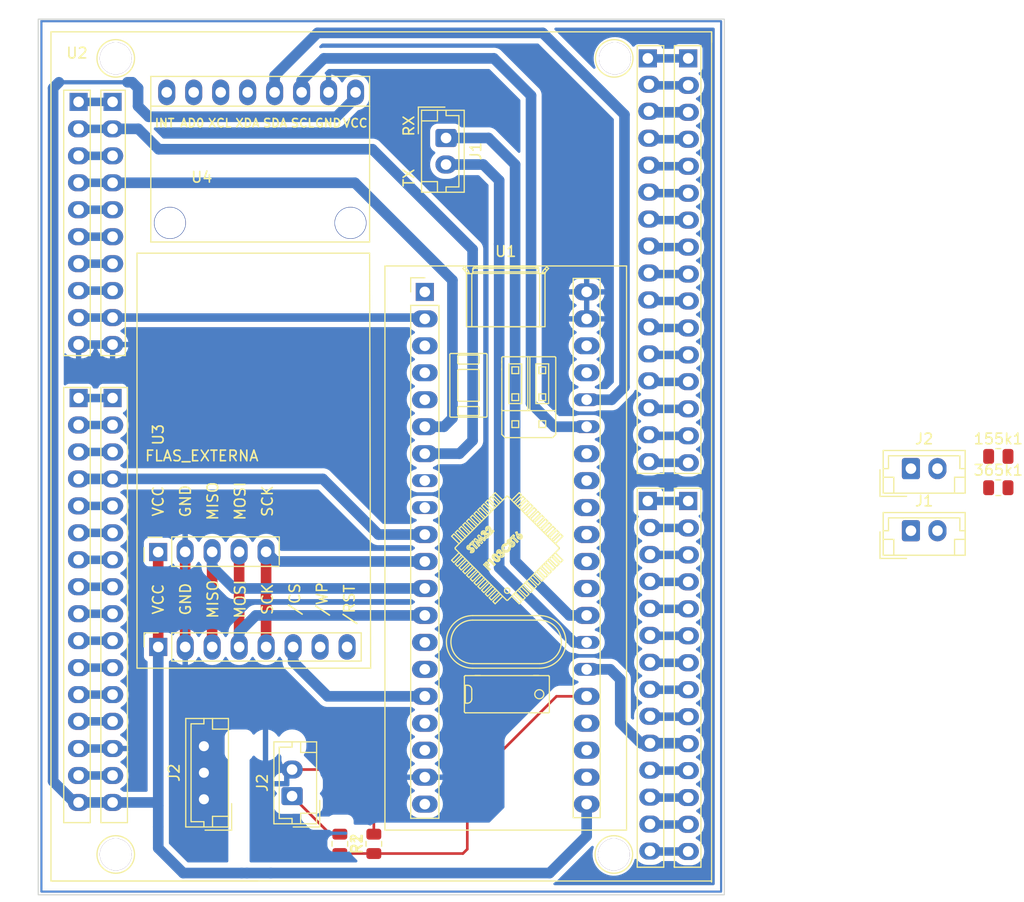
<source format=kicad_pcb>
(kicad_pcb (version 20211014) (generator pcbnew)
  (layers (0 "F.Cu" signal) (31 "B.Cu" signal) (34 "B.Paste" user) (35 "F.Paste" user) (36 "B.SilkS" user "B.Silkscreen") (37 "F.SilkS" user "F.Silkscreen") (38 "B.Mask" user) (39 "F.Mask" user) (44 "Edge.Cuts" user))
  (net 0 "")
  (net 1 "Net-(U1-Pad10)")
  (net 13 "Net-(U1-Pad11)")
  (net 15 "Net-(U1-Pad12)")
  (net 16 "/BAT_EXT")
  (net 19 "Net-(U1-Pad16)")
  (net 24 "/UART_DEBUG_RX")
  (net 27 "unconnected-(U2-Pad1)")
  (net 28 "unconnected-(U2-Pad3)")
  (net 29 "unconnected-(U2-Pad5)")
  (net 30 "unconnected-(U2-Pad6)")
  (net 31 "unconnected-(U2-Pad7)")
  (net 32 "unconnected-(U2-Pad8)")
  (net 33 "unconnected-(U2-Pad11)")
  (net 34 "unconnected-(U2-Pad12)")
  (net 35 "unconnected-(U2-Pad13)")
  (net 36 "unconnected-(U2-Pad15)")
  (net 37 "unconnected-(U2-Pad16)")
  (net 38 "unconnected-(U2-Pad17)")
  (net 39 "unconnected-(U2-Pad18)")
  (net 40 "unconnected-(U2-Pad19)")
  (net 41 "unconnected-(U2-Pad20)")
  (net 42 "unconnected-(U2-Pad21)")
  (net 43 "unconnected-(U2-Pad22)")
  (net 44 "Net-(J2-Pad1)")
  (net 45 "unconnected-(U2-Pad25)")
  (net 46 "unconnected-(U2-Pad42)")
  (net 47 "unconnected-(U2-Pad27)")
  (net 48 "unconnected-(U2-Pad28)")
  (net 49 "unconnected-(U2-Pad29)")
  (net 50 "unconnected-(U2-Pad30)")
  (net 51 "unconnected-(U2-Pad31)")
  (net 52 "unconnected-(U2-Pad32)")
  (net 53 "unconnected-(U2-Pad33)")
  (net 54 "unconnected-(U2-Pad34)")
  (net 55 "unconnected-(U2-Pad35)")
  (net 56 "unconnected-(U2-Pad36)")
  (net 57 "unconnected-(U2-Pad37)")
  (net 58 "unconnected-(U2-Pad38)")
  (net 59 "unconnected-(U2-Pad39)")
  (net 60 "unconnected-(U2-Pad40)")
  (net 61 "unconnected-(U2-Pad41)")
  (net 62 "unconnected-(U2-Pad43)")
  (net 63 "unconnected-(U2-Pad44)")
  (net 64 "unconnected-(U2-Pad45)")
  (net 65 "unconnected-(U2-Pad46)")
  (net 66 "unconnected-(U2-Pad47)")
  (net 67 "unconnected-(U2-Pad48)")
  (net 68 "unconnected-(U2-Pad49)")
  (net 69 "unconnected-(U2-Pad50)")
  (net 70 "unconnected-(U2-Pad51)")
  (net 71 "unconnected-(U2-Pad53)")
  (net 72 "unconnected-(U2-Pad54)")
  (net 73 "unconnected-(U2-Pad55)")
  (net 74 "unconnected-(U2-Pad56)")
  (net 75 "/UART_DEBUG_TX")
  (net 80 "/BAT_ENA_PIN")
  (net 81 "Net-(U1-Pad2)")
  (net 82 "Net-(U1-Pad6)")
  (net 83 "Net-(U1-Pad7)")
  (net 84 "/BAT_GND")
  (net 85 "Net-(U1-Pad35)")
  (net 86 "Net-(U1-Pad36)")
  (net 89 "Net-(U1-Pad13)")
  (net 91 "/GND_ELEMON")
  (net 92 "Net-(U1-Pad25)")
  (net 93 "/BAT_SIN_REGULAR")
  (net 94 "/USB33_ELEMON")
  (net 96 "/UART_DEBU_RX")
  (net 97 "unconnected-(U2-Pad26)")
  (net 98 "/BAT_LEVEL")
  (net 99 "Net-(365k1-Pad1)")
  (footprint "Connector_JST:JST_EH_B3B-EH-A_1x03_P2.50mm_Vertical" (layer "F.Cu") (at 64.2 140.3 90)
    (fp_text reference "J2" (at 2.5 -2.8 90) (layer "F.SilkS"))
    (fp_text value "CONECTOR BATERIA")
    (pad "1" thru_hole roundrect (at 0 0 90) (size 1.7 1.95) (drill 0.95) (layers *.Cu *.Mask) (roundrect_rratio 0.147059) (net 16 "/BAT_EXT"))
    (pad "2" thru_hole oval (at 2.5 0 90) (size 1.7 1.95) (drill 0.95) (layers *.Cu *.Mask) (net 84 "/BAT_GND"))
    (pad "3" thru_hole oval (at 5 0 90) (size 1.7 1.95) (drill 0.95) (layers *.Cu *.Mask) (net 93 "/BAT_SIN_REGULAR"))
  )
  (footprint "Resistor_SMD:R_0805_2012Metric" (layer "F.Cu") (at 80.2 144.5 90)
    (fp_text reference "R2" (at 0 -1.65 90) (layer "F.SilkS"))
    (fp_text value "155K")
    (pad "1" smd roundrect (at -0.9125 0 90) (size 1.025 1.4) (layers "F.Cu" "F.Paste" "F.Mask") (roundrect_rratio 0.243902) (net 92 "Net-(U1-Pad25)"))
    (pad "2" smd roundrect (at 0.9125 0 90) (size 1.025 1.4) (layers "F.Cu" "F.Paste" "F.Mask") (roundrect_rratio 0.243902) (net 91 "/GND_ELEMON"))
  )
  (footprint "simo_mpu6050:MPU6050" (layer "F.Cu") (at 60.7 73.7)
    (fp_text reference "U4" (at 3.3 8) (layer "F.SilkS"))
    (fp_text value "MPU6050")
    (fp_text user "GND" (at 15.2 2.9) (layer "F.SilkS") (effects (font (size 0.8 0.8))))
    (fp_text user "SDA" (at 10.2 2.9) (layer "F.SilkS") (effects (font (size 0.8 0.8))))
    (fp_text user "AD0" (at 2.4 2.9) (layer "F.SilkS") (effects (font (size 0.8 0.8))))
    (fp_text user "XDA" (at 7.6 2.9) (layer "F.SilkS") (effects (font (size 0.8 0.8))))
    (fp_text user "INT" (at -0.2 2.9) (layer "F.SilkS") (effects (font (size 0.8 0.8))))
    (fp_text user "VCC" (at 17.75 2.9) (layer "F.SilkS") (effects (font (size 0.8 0.8))))
    (fp_text user "XCL" (at 5 2.9) (layer "F.SilkS") (effects (font (size 0.8 0.8))))
    (fp_text user "SCL" (at 12.8 2.9) (layer "F.SilkS") (effects (font (size 0.8 0.8))))
    (pad "" thru_hole circle (at 0.3 12.3) (size 3 3) (drill 2.9) (layers *.Cu *.Mask))
    (pad "" thru_hole circle (at 17.3 12.3) (size 3 3) (drill 2.9) (layers *.Cu *.Mask))
    (pad "1" thru_hole oval (at 0 0) (size 1.6 2.4) (drill 1) (layers *.Cu *.Mask))
    (pad "2" thru_hole oval (at 2.54 0) (size 1.6 2.4) (drill 1) (layers *.Cu *.Mask))
    (pad "3" thru_hole oval (at 5.08 0) (size 1.6 2.4) (drill 1) (layers *.Cu *.Mask))
    (pad "4" thru_hole oval (at 7.62 0) (size 1.6 2.4) (drill 1) (layers *.Cu *.Mask))
    (pad "5" thru_hole oval (at 10.16 0) (size 1.6 2.4) (drill 1) (layers *.Cu *.Mask) (net 86 "Net-(U1-Pad36)"))
    (pad "6" thru_hole oval (at 12.7 0) (size 1.6 2.4) (drill 1) (layers *.Cu *.Mask) (net 85 "Net-(U1-Pad35)"))
    (pad "7" thru_hole oval (at 15.24 0) (size 1.6 2.4) (drill 1) (layers *.Cu *.Mask) (net 91 "/GND_ELEMON"))
    (pad "8" thru_hole oval (at 17.78 0) (size 1.6 2.4) (drill 1) (layers *.Cu *.Mask) (net 94 "/USB33_ELEMON"))
  )
  (footprint "Connector_JST:JST_EH_B2B-EH-A_1x02_P2.50mm_Vertical" (layer "F.Cu") (at 130.77 109.15)
    (fp_text reference "J2" (at 1.25 -2.8) (layer "F.SilkS"))
    (fp_text value "conector_bateria")
    (pad "1" thru_hole roundrect (at 0 0) (size 1.7 2) (drill 1) (layers *.Cu *.Mask) (roundrect_rratio 0.147059) (net 99 "Net-(365k1-Pad1)"))
    (pad "2" thru_hole oval (at 2.5 0) (size 1.7 2) (drill 1) (layers *.Cu *.Mask) (net 91 "/GND_ELEMON"))
  )
  (footprint "elemon_board:elemon_board_modificado" (layer "F.Cu") (at 49.8 68)
    (fp_text reference "U2" (at 2.45 2) (layer "F.SilkS"))
    (fp_text value "ELEMON_BOARD")
    (fp_text user "TX    RX" (at 33.7 11.25 90) (layer "F.SilkS"))
    (pad "" thru_hole circle (at 53 77.5) (size 3 3) (drill 3) (layers *.Cu *.Mask))
    (pad "" thru_hole circle (at 6.1 77.5) (size 3 3) (drill 3) (layers *.Cu *.Mask))
    (pad "" thru_hole circle (at 53.1 2.5) (size 3 3) (drill 3) (layers *.Cu *.Mask))
    (pad "" thru_hole circle (at 6.1 2.5) (size 3 3) (drill 3) (layers *.Cu *.Mask))
    (pad "1" thru_hole rect (at 2.6 6.6) (size 1.7 1.7) (drill 1) (layers *.Cu *.Mask) (net 27 "unconnected-(U2-Pad1)"))
    (pad "1" thru_hole rect (at 5.8 6.6) (size 1.7 1.7) (drill 1) (layers *.Cu *.Mask) (net 27 "unconnected-(U2-Pad1)"))
    (pad "2" thru_hole oval (at 2.6 9.14) (size 2 1.6) (drill 1) (layers *.Cu *.Mask) (net 83 "Net-(U1-Pad7)"))
    (pad "2" thru_hole oval (at 5.8 9.14) (size 2 1.6) (drill 1) (layers *.Cu *.Mask) (net 83 "Net-(U1-Pad7)"))
    (pad "3" thru_hole oval (at 5.8 11.68) (size 2 1.6) (drill 1) (layers *.Cu *.Mask) (net 28 "unconnected-(U2-Pad3)"))
    (pad "3" thru_hole oval (at 2.6 11.68) (size 2 1.6) (drill 1) (layers *.Cu *.Mask) (net 28 "unconnected-(U2-Pad3)"))
    (pad "4" thru_hole oval (at 5.8 14.22) (size 2 1.6) (drill 1) (layers *.Cu *.Mask) (net 82 "Net-(U1-Pad6)"))
    (pad "4" thru_hole oval (at 2.6 14.22) (size 2 1.6) (drill 1) (layers *.Cu *.Mask) (net 82 "Net-(U1-Pad6)"))
    (pad "5" thru_hole oval (at 2.6 16.76) (size 2 1.6) (drill 1) (layers *.Cu *.Mask) (net 29 "unconnected-(U2-Pad5)"))
    (pad "5" thru_hole oval (at 5.8 16.76) (size 2 1.6) (drill 1) (layers *.Cu *.Mask) (net 29 "unconnected-(U2-Pad5)"))
    (pad "6" thru_hole oval (at 2.6 19.3) (size 2 1.6) (drill 1) (layers *.Cu *.Mask) (net 30 "unconnected-(U2-Pad6)"))
    (pad "6" thru_hole oval (at 5.8 19.3) (size 2 1.6) (drill 1) (layers *.Cu *.Mask) (net 30 "unconnected-(U2-Pad6)"))
    (pad "7" thru_hole oval (at 5.8 21.84) (size 2 1.6) (drill 1) (layers *.Cu *.Mask) (net 31 "unconnected-(U2-Pad7)"))
    (pad "7" thru_hole oval (at 2.6 21.84) (size 2 1.6) (drill 1) (layers *.Cu *.Mask) (net 31 "unconnected-(U2-Pad7)"))
    (pad "8" thru_hole oval (at 2.6 24.38) (size 2 1.6) (drill 1) (layers *.Cu *.Mask) (net 32 "unconnected-(U2-Pad8)"))
    (pad "8" thru_hole oval (at 5.8 24.38) (size 2 1.6) (drill 1) (layers *.Cu *.Mask) (net 32 "unconnected-(U2-Pad8)"))
    (pad "9" thru_hole oval (at 2.6 26.92) (size 2 1.6) (drill 1) (layers *.Cu *.Mask) (net 81 "Net-(U1-Pad2)"))
    (pad "9" thru_hole oval (at 5.8 26.92) (size 2 1.6) (drill 1) (layers *.Cu *.Mask) (net 81 "Net-(U1-Pad2)"))
    (pad "10" thru_hole oval (at 5.8 29.46) (size 2 1.6) (drill 1) (layers *.Cu *.Mask) (net 84 "/BAT_GND"))
    (pad "10" thru_hole oval (at 2.6 29.46) (size 2 1.6) (drill 1) (layers *.Cu *.Mask) (net 84 "/BAT_GND"))
    (pad "11" thru_hole rect (at 2.6 34.5) (size 1.7 1.7) (drill 1) (layers *.Cu *.Mask) (net 33 "unconnected-(U2-Pad11)"))
    (pad "11" thru_hole rect (at 5.8 34.5) (size 1.7 1.7) (drill 1) (layers *.Cu *.Mask) (net 33 "unconnected-(U2-Pad11)"))
    (pad "12" thru_hole oval (at 2.6 37.04) (size 2 1.6) (drill 1) (layers *.Cu *.Mask) (net 34 "unconnected-(U2-Pad12)"))
    (pad "12" thru_hole oval (at 5.8 37.04) (size 2 1.6) (drill 1) (layers *.Cu *.Mask) (net 34 "unconnected-(U2-Pad12)"))
    (pad "13" thru_hole oval (at 2.6 39.58) (size 2 1.6) (drill 1) (layers *.Cu *.Mask) (net 35 "unconnected-(U2-Pad13)"))
    (pad "13" thru_hole oval (at 5.8 39.58) (size 2 1.6) (drill 1) (layers *.Cu *.Mask) (net 35 "unconnected-(U2-Pad13)"))
    (pad "14" thru_hole oval (at 5.8 42.12) (size 2 1.6) (drill 1) (layers *.Cu *.Mask) (net 1 "Net-(U1-Pad10)"))
    (pad "14" thru_hole oval (at 2.6 42.12) (size 2 1.6) (drill 1) (layers *.Cu *.Mask) (net 1 "Net-(U1-Pad10)"))
    (pad "15" thru_hole oval (at 2.6 44.66) (size 2 1.6) (drill 1) (layers *.Cu *.Mask) (net 36 "unconnected-(U2-Pad15)"))
    (pad "15" thru_hole oval (at 5.8 44.66) (size 2 1.6) (drill 1) (layers *.Cu *.Mask) (net 36 "unconnected-(U2-Pad15)"))
    (pad "16" thru_hole oval (at 2.6 47.2) (size 2 1.6) (drill 1) (layers *.Cu *.Mask) (net 37 "unconnected-(U2-Pad16)"))
    (pad "16" thru_hole oval (at 5.8 47.2) (size 2 1.6) (drill 1) (layers *.Cu *.Mask) (net 37 "unconnected-(U2-Pad16)"))
    (pad "17" thru_hole oval (at 5.8 49.74) (size 2 1.6) (drill 1) (layers *.Cu *.Mask) (net 38 "unconnected-(U2-Pad17)"))
    (pad "17" thru_hole oval (at 2.6 49.74) (size 2 1.6) (drill 1) (layers *.Cu *.Mask) (net 38 "unconnected-(U2-Pad17)"))
    (pad "18" thru_hole oval (at 5.8 52.28) (size 2 1.6) (drill 1) (layers *.Cu *.Mask) (net 39 "unconnected-(U2-Pad18)"))
    (pad "18" thru_hole oval (at 2.6 52.28) (size 2 1.6) (drill 1) (layers *.Cu *.Mask) (net 39 "unconnected-(U2-Pad18)"))
    (pad "19" thru_hole oval (at 5.8 54.82) (size 2 1.6) (drill 1) (layers *.Cu *.Mask) (net 40 "unconnected-(U2-Pad19)"))
    (pad "19" thru_hole oval (at 2.6 54.82) (size 2 1.6) (drill 1) (layers *.Cu *.Mask) (net 40 "unconnected-(U2-Pad19)"))
    (pad "20" thru_hole oval (at 2.6 57.36) (size 2 1.6) (drill 1) (layers *.Cu *.Mask) (net 41 "unconnected-(U2-Pad20)"))
    (pad "20" thru_hole oval (at 5.8 57.36) (size 2 1.6) (drill 1) (layers *.Cu *.Mask) (net 41 "unconnected-(U2-Pad20)"))
    (pad "21" thru_hole oval (at 5.8 59.9) (size 2 1.6) (drill 1) (layers *.Cu *.Mask) (net 42 "unconnected-(U2-Pad21)"))
    (pad "21" thru_hole oval (at 2.6 59.9) (size 2 1.6) (drill 1) (layers *.Cu *.Mask) (net 42 "unconnected-(U2-Pad21)"))
    (pad "22" thru_hole oval (at 5.8 62.44) (size 2 1.6) (drill 1) (layers *.Cu *.Mask) (net 43 "unconnected-(U2-Pad22)"))
    (pad "22" thru_hole oval (at 2.6 62.44) (size 2 1.6) (drill 1) (layers *.Cu *.Mask) (net 43 "unconnected-(U2-Pad22)"))
    (pad "23" thru_hole oval (at 2.6 64.959992) (size 2 1.6) (drill 1) (layers *.Cu *.Mask) (net 94 "/USB33_ELEMON"))
    (pad "23" thru_hole oval (at 5.8 64.959992) (size 2 1.6) (drill 1) (layers *.Cu *.Mask) (net 94 "/USB33_ELEMON"))
    (pad "24" thru_hole oval (at 5.8 67.52) (size 2 1.6) (drill 1) (layers *.Cu *.Mask) (net 91 "/GND_ELEMON"))
    (pad "24" thru_hole oval (at 2.6 67.52) (size 2 1.6) (drill 1) (layers *.Cu *.Mask) (net 91 "/GND_ELEMON"))
    (pad "25" thru_hole oval (at 5.8 70.06) (size 2 1.6) (drill 1) (layers *.Cu *.Mask) (net 45 "unconnected-(U2-Pad25)"))
    (pad "25" thru_hole oval (at 2.6 70.06) (size 2 1.6) (drill 1) (layers *.Cu *.Mask) (net 45 "unconnected-(U2-Pad25)"))
    (pad "26" thru_hole oval (at 5.8 72.6) (size 2 1.6) (drill 1) (layers *.Cu *.Mask) (net 97 "unconnected-(U2-Pad26)"))
    (pad "26" thru_hole oval (at 2.6 72.6) (size 2 1.6) (drill 1) (layers *.Cu *.Mask) (net 97 "unconnected-(U2-Pad26)"))
    (pad "27" thru_hole rect (at 56.2 2.5) (size 1.7 1.7) (drill 1) (layers *.Cu *.Mask) (net 47 "unconnected-(U2-Pad27)"))
    (pad "27" thru_hole rect (at 60 2.5) (size 1.7 1.7) (drill 1) (layers *.Cu *.Mask) (net 47 "unconnected-(U2-Pad27)"))
    (pad "28" thru_hole oval (at 56.3 4.94) (size 2 1.6) (drill 1) (layers *.Cu *.Mask) (net 48 "unconnected-(U2-Pad28)"))
    (pad "28" thru_hole oval (at 60 5.04) (size 2 1.6) (drill 1) (layers *.Cu *.Mask) (net 48 "unconnected-(U2-Pad28)"))
    (pad "29" thru_hole oval (at 60 7.58) (size 2 1.6) (drill 1) (layers *.Cu *.Mask) (net 49 "unconnected-(U2-Pad29)"))
    (pad "29" thru_hole oval (at 56.3 7.48) (size 2 1.6) (drill 1) (layers *.Cu *.Mask) (net 49 "unconnected-(U2-Pad29)"))
    (pad "30" thru_hole oval (at 56.3 10.02) (size 2 1.6) (drill 1) (layers *.Cu *.Mask) (net 50 "unconnected-(U2-Pad30)"))
    (pad "30" thru_hole oval (at 60 10.12) (size 2 1.6) (drill 1) (layers *.Cu *.Mask) (net 50 "unconnected-(U2-Pad30)"))
    (pad "31" thru_hole oval (at 56.3 12.56) (size 2 1.6) (drill 1) (layers *.Cu *.Mask) (net 51 "unconnected-(U2-Pad31)"))
    (pad "31" thru_hole oval (at 60 12.66) (size 2 1.6) (drill 1) (layers *.Cu *.Mask) (net 51 "unconnected-(U2-Pad31)"))
    (pad "32" thru_hole oval (at 60 15.2) (size 2 1.6) (drill 1) (layers *.Cu *.Mask) (net 52 "unconnected-(U2-Pad32)"))
    (pad "32" thru_hole oval (at 56.3 15.1) (size 2 1.6) (drill 1) (layers *.Cu *.Mask) (net 52 "unconnected-(U2-Pad32)"))
    (pad "33" thru_hole oval (at 56.3 17.64) (size 2 1.6) (drill 1) (layers *.Cu *.Mask) (net 53 "unconnected-(U2-Pad33)"))
    (pad "33" thru_hole oval (at 60 17.74) (size 2 1.6) (drill 1) (layers *.Cu *.Mask) (net 53 "unconnected-(U2-Pad33)"))
    (pad "34" thru_hole oval (at 60 20.28) (size 2 1.6) (drill 1) (layers *.Cu *.Mask) (net 54 "unconnected-(U2-Pad34)"))
    (pad "34" thru_hole oval (at 56.3 20.18) (size 2 1.6) (drill 1) (layers *.Cu *.Mask) (net 54 "unconnected-(U2-Pad34)"))
    (pad "35" thru_hole oval (at 56.3 22.72) (size 2 1.6) (drill 1) (layers *.Cu *.Mask) (net 55 "unconnected-(U2-Pad35)"))
    (pad "35" thru_hole oval (at 60 22.82) (size 2 1.6) (drill 1) (layers *.Cu *.Mask) (net 55 "unconnected-(U2-Pad35)"))
    (pad "36" thru_hole oval (at 56.3 25.26) (size 2 1.6) (drill 1) (layers *.Cu *.Mask) (net 56 "unconnected-(U2-Pad36)"))
    (pad "36" thru_hole oval (at 60 25.36) (size 2 1.6) (drill 1) (layers *.Cu *.Mask) (net 56 "unconnected-(U2-Pad36)"))
    (pad "37" thru_hole oval (at 56.3 27.8) (size 2 1.6) (drill 1) (layers *.Cu *.Mask) (net 57 "unconnected-(U2-Pad37)"))
    (pad "37" thru_hole oval (at 60 27.9) (size 2 1.6) (drill 1) (layers *.Cu *.Mask) (net 57 "unconnected-(U2-Pad37)"))
    (pad "38" thru_hole oval (at 56.3 30.34) (size 2 1.6) (drill 1) (layers *.Cu *.Mask) (net 58 "unconnected-(U2-Pad38)"))
    (pad "38" thru_hole oval (at 60 30.44) (size 2 1.6) (drill 1) (layers *.Cu *.Mask) (net 58 "unconnected-(U2-Pad38)"))
    (pad "39" thru_hole oval (at 60 32.959992) (size 2 1.6) (drill 1) (layers *.Cu *.Mask) (net 59 "unconnected-(U2-Pad39)"))
    (pad "39" thru_hole oval (at 56.3 32.88) (size 2 1.6) (drill 1) (layers *.Cu *.Mask) (net 59 "unconnected-(U2-Pad39)"))
    (pad "40" thru_hole oval (at 56.3 35.42) (size 2 1.6) (drill 1) (layers *.Cu *.Mask) (net 60 "unconnected-(U2-Pad40)"))
    (pad "40" thru_hole oval (at 60 35.52) (size 2 1.6) (drill 1) (layers *.Cu *.Mask) (net 60 "unconnected-(U2-Pad40)"))
    (pad "41" thru_hole oval (at 60 38.06) (size 2 1.6) (drill 1) (layers *.Cu *.Mask) (net 61 "unconnected-(U2-Pad41)"))
    (pad "41" thru_hole oval (at 56.3 37.96) (size 2 1.6) (drill 1) (layers *.Cu *.Mask) (net 61 "unconnected-(U2-Pad41)"))
    (pad "42" thru_hole oval (at 60 40.6) (size 2 1.6) (drill 1) (layers *.Cu *.Mask) (net 46 "unconnected-(U2-Pad42)"))
    (pad "42" thru_hole oval (at 56.3 40.5) (size 2 1.6) (drill 1) (layers *.Cu *.Mask) (net 46 "unconnected-(U2-Pad42)"))
    (pad "43" thru_hole rect (at 56.2 44.2) (size 1.7 1.7) (drill 1) (layers *.Cu *.Mask) (net 62 "unconnected-(U2-Pad43)"))
    (pad "43" thru_hole rect (at 60 44.2) (size 1.7 1.7) (drill 1) (layers *.Cu *.Mask) (net 62 "unconnected-(U2-Pad43)"))
    (pad "44" thru_hole oval (at 60 46.74) (size 2 1.6) (drill 1) (layers *.Cu *.Mask) (net 63 "unconnected-(U2-Pad44)"))
    (pad "44" thru_hole oval (at 56.4 46.7) (size 2 1.6) (drill 1) (layers *.Cu *.Mask) (net 63 "unconnected-(U2-Pad44)"))
    (pad "45" thru_hole oval (at 56.4 49.24) (size 2 1.6) (drill 1) (layers *.Cu *.Mask) (net 64 "unconnected-(U2-Pad45)"))
    (pad "45" thru_hole oval (at 60 49.28) (size 2 1.6) (drill 1) (layers *.Cu *.Mask) (net 64 "unconnected-(U2-Pad45)"))
    (pad "46" thru_hole oval (at 56.4 51.78) (size 2 1.6) (drill 1) (layers *.Cu *.Mask) (net 65 "unconnected-(U2-Pad46)"))
    (pad "46" thru_hole oval (at 60 51.82) (size 2 1.6) (drill 1) (layers *.Cu *.Mask) (net 65 "unconnected-(U2-Pad46)"))
    (pad "47" thru_hole oval (at 56.4 54.32) (size 2 1.6) (drill 1) (layers *.Cu *.Mask) (net 66 "unconnected-(U2-Pad47)"))
    (pad "47" thru_hole oval (at 60 54.36) (size 2 1.6) (drill 1) (layers *.Cu *.Mask) (net 66 "unconnected-(U2-Pad47)"))
    (pad "48" thru_hole oval (at 56.4 56.86) (size 2 1.6) (drill 1) (layers *.Cu *.Mask) (net 67 "unconnected-(U2-Pad48)"))
    (pad "48" thru_hole oval (at 60 56.9) (size 2 1.6) (drill 1) (layers *.Cu *.Mask) (net 67 "unconnected-(U2-Pad48)"))
    (pad "49" thru_hole oval (at 56.4 59.4) (size 2 1.6) (drill 1) (layers *.Cu *.Mask) (net 68 "unconnected-(U2-Pad49)"))
    (pad "49" thru_hole oval (at 60 59.44) (size 2 1.6) (drill 1) (layers *.Cu *.Mask) (net 68 "unconnected-(U2-Pad49)"))
    (pad "50" thru_hole oval (at 56.4 61.94) (size 2 1.6) (drill 1) (layers *.Cu *.Mask) (net 69 "unconnected-(U2-Pad50)"))
    (pad "50" thru_hole oval (at 60 61.98) (size 2 1.6) (drill 1) (layers *.Cu *.Mask) (net 69 "unconnected-(U2-Pad50)"))
    (pad "51" thru_hole oval (at 56.4 64.48) (size 2 1.6) (drill 1) (layers *.Cu *.Mask) (net 70 "unconnected-(U2-Pad51)"))
    (pad "51" thru_hole oval (at 60 64.52) (size 2 1.6) (drill 1) (layers *.Cu *.Mask) (net 70 "unconnected-(U2-Pad51)"))
    (pad "52" thru_hole oval (at 56.4 67.02) (size 2 1.6) (drill 1) (layers *.Cu *.Mask) (net 80 "/BAT_ENA_PIN"))
    (pad "52" thru_hole oval (at 60 67.06) (size 2 1.6) (drill 1) (layers *.Cu *.Mask) (net 80 "/BAT_ENA_PIN"))
    (pad "53" thru_hole oval (at 56.4 69.56) (size 2 1.6) (drill 1) (layers *.Cu *.Mask) (net 71 "unconnected-(U2-Pad53)"))
    (pad "53" thru_hole oval (at 60 69.6) (size 2 1.6) (drill 1) (layers *.Cu *.Mask) (net 71 "unconnected-(U2-Pad53)"))
    (pad "54" thru_hole oval (at 60 72.14) (size 2 1.6) (drill 1) (layers *.Cu *.Mask) (net 72 "unconnected-(U2-Pad54)"))
    (pad "54" thru_hole oval (at 56.4 72.1) (size 2 1.6) (drill 1) (layers *.Cu *.Mask) (net 72 "unconnected-(U2-Pad54)"))
    (pad "55" thru_hole oval (at 56.4 74.64) (size 2 1.6) (drill 1) (layers *.Cu *.Mask) (net 73 "unconnected-(U2-Pad55)"))
    (pad "55" thru_hole oval (at 60 74.659992) (size 2 1.6) (drill 1) (layers *.Cu *.Mask) (net 73 "unconnected-(U2-Pad55)"))
    (pad "56" thru_hole oval (at 56.4 77.18) (size 2 1.6) (drill 1) (layers *.Cu *.Mask) (net 74 "unconnected-(U2-Pad56)"))
    (pad "56" thru_hole oval (at 60 77.22) (size 2 1.6) (drill 1) (layers *.Cu *.Mask) (net 74 "unconnected-(U2-Pad56)"))
  )
  (footprint "simo_flash:conector_flash_ext" (layer "F.Cu") (at 59.9 125.95 90)
    (fp_text reference "U3" (at 20 0 90) (layer "F.SilkS"))
    (fp_text value "FLAS_EXTERNA" (at 18 4.1 180) (layer "F.SilkS"))
    (fp_text user "GND" (at 13.74 2.565716 90) (layer "F.SilkS"))
    (fp_text user "SCK" (at 4.5 10.285712 90) (layer "F.SilkS"))
    (fp_text user "SCK" (at 13.74 10.28 90) (layer "F.SilkS"))
    (fp_text user "VCC" (at 4.5 0 90) (layer "F.SilkS"))
    (fp_text user "GND" (at 4.5 2.571428 90) (layer "F.SilkS"))
    (fp_text user "/WP" (at 4.5 15.428568 90) (layer "F.SilkS"))
    (fp_text user "VCC" (at 13.74 -0.005712 90) (layer "F.SilkS"))
    (fp_text user "MOSI" (at 13.74 7.708572 90) (layer "F.SilkS"))
    (fp_text user "MISO" (at 13.74 5.137144 90) (layer "F.SilkS"))
    (fp_text user "/RST" (at 4 18 90) (layer "F.SilkS"))
    (fp_text user "/CS" (at 4.5 12.85714 90) (layer "F.SilkS"))
    (fp_text user "MISO" (at 4.5 5.142856 90) (layer "F.SilkS"))
    (fp_text user "MOSI" (at 4.5 7.714284 90) (layer "F.SilkS"))
    (pad "1" thru_hole rect (at 8.94 -0.005712 90) (size 1.7 1.7) (drill 1) (layers *.Cu *.Mask) (net 91 "/GND_ELEMON"))
    (pad "1" thru_hole rect (at 0 0 90) (size 1.7 1.7) (drill 1) (layers *.Cu *.Mask) (net 91 "/GND_ELEMON"))
    (pad "2" thru_hole oval (at 8.96 2.534288 90) (size 2.4 1.6) (drill 1) (layers *.Cu *.Mask) (net 94 "/USB33_ELEMON"))
    (pad "2" thru_hole oval (at 0 2.54 90) (size 2.4 1.6) (drill 1) (layers *.Cu *.Mask) (net 94 "/USB33_ELEMON"))
    (pad "3" thru_hole oval (at 0 5.08 90) (size 2.4 1.6) (drill 1) (layers *.Cu *.Mask) (net 15 "Net-(U1-Pad12)"))
    (pad "3" thru_hole oval (at 8.96 5.074288 90) (size 2.4 1.6) (drill 1) (layers *.Cu *.Mask) (net 15 "Net-(U1-Pad12)"))
    (pad "4" thru_hole oval (at 0 7.62 90) (size 2.4 1.6) (drill 1) (layers *.Cu *.Mask) (net 89 "Net-(U1-Pad13)"))
    (pad "4" thru_hole oval (at 8.96 7.614288 90) (size 2.4 1.6) (drill 1) (layers *.Cu *.Mask) (net 89 "Net-(U1-Pad13)"))
    (pad "5" thru_hole oval (at 8.96 10.154288 90) (size 2.4 1.6) (drill 1) (layers *.Cu *.Mask) (net 13 "Net-(U1-Pad11)"))
    (pad "5" thru_hole oval (at 0 10.16 90) (size 2.4 1.6) (drill 1) (layers *.Cu *.Mask) (net 13 "Net-(U1-Pad11)"))
    (pad "6" thru_hole oval (at 0 12.7 90) (size 2.4 1.6) (drill 1) (layers *.Cu *.Mask) (net 19 "Net-(U1-Pad16)"))
    (pad "7" thru_hole oval (at 0 15.24 90) (size 2.4 1.6) (drill 1) (layers *.Cu *.Mask))
    (pad "8" thru_hole oval (at 0 17.78 90) (size 2.4 1.6) (drill 1) (layers *.Cu *.Mask))
  )
  (footprint "Connector_JST:JST_EH_B2B-EH-A_1x02_P2.50mm_Vertical" (layer "F.Cu") (at 87 78 -90)
    (fp_text reference "J1" (at 1.25 -2.8 90) (layer "F.SilkS"))
    (fp_text value "CONECTOR DEBUG_UART")
    (pad "1" thru_hole roundrect (at 0 0 270) (size 1.7 2) (drill 1) (layers *.Cu *.Mask) (roundrect_rratio 0.147059) (net 24 "/UART_DEBUG_RX"))
    (pad "2" thru_hole oval (at 2.5 0 270) (size 1.7 2) (drill 1) (layers *.Cu *.Mask) (net 75 "/UART_DEBUG_TX"))
  )
  (footprint "Resistor_SMD:R_0805_2012Metric" (layer "F.Cu") (at 77 144.5 -90)
    (fp_text reference "R1" (at 0 -1.65 90) (layer "F.SilkS"))
    (fp_text value "365K")
    (pad "1" smd roundrect (at -0.9125 0 270) (size 1.025 1.4) (layers "F.Cu" "F.Paste" "F.Mask") (roundrect_rratio 0.243902) (net 44 "Net-(J2-Pad1)"))
    (pad "2" smd roundrect (at 0.9125 0 270) (size 1.025 1.4) (layers "F.Cu" "F.Paste" "F.Mask") (roundrect_rratio 0.243902) (net 92 "Net-(U1-Pad25)"))
  )
  (footprint "Resistor_SMD:R_0805_2012Metric" (layer "F.Cu") (at 139 110.95)
    (fp_text reference "365k1" (at 0 -1.65) (layer "F.SilkS"))
    (fp_text value "R")
    (pad "1" smd roundrect (at -0.9125 0) (size 1.025 1.4) (layers "F.Cu" "F.Paste" "F.Mask") (roundrect_rratio 0.243902) (net 99 "Net-(365k1-Pad1)"))
    (pad "2" smd roundrect (at 0.9125 0) (size 1.025 1.4) (layers "F.Cu" "F.Paste" "F.Mask") (roundrect_rratio 0.243902) (net 98 "/BAT_LEVEL"))
  )
  (footprint "Connector_JST:JST_EH_B2B-EH-A_1x02_P2.50mm_Vertical" (layer "F.Cu") (at 72.5 140 90)
    (fp_text reference "J2" (at 1.25 -2.8 90) (layer "F.SilkS"))
    (fp_text value "CONECTOR BATERIA")
    (pad "1" thru_hole roundrect (at 0 0 90) (size 1.7 2) (drill 1) (layers *.Cu *.Mask) (roundrect_rratio 0.147059) (net 44 "Net-(J2-Pad1)"))
    (pad "2" thru_hole oval (at 2.5 0 90) (size 1.7 2) (drill 1) (layers *.Cu *.Mask) (net 91 "/GND_ELEMON"))
  )
  (footprint "Connector_JST:JST_EH_B2B-EH-A_1x02_P2.50mm_Vertical" (layer "F.Cu") (at 130.77 115)
    (fp_text reference "J1" (at 1.25 -2.8) (layer "F.SilkS"))
    (fp_text value "modulo_usb_debug")
    (pad "1" thru_hole roundrect (at 0 0) (size 1.7 2) (drill 1) (layers *.Cu *.Mask) (roundrect_rratio 0.147059) (net 24 "/UART_DEBUG_RX"))
    (pad "2" thru_hole oval (at 2.5 0) (size 1.7 2) (drill 1) (layers *.Cu *.Mask) (net 75 "/UART_DEBUG_TX"))
  )
  (footprint "Resistor_SMD:R_0805_2012Metric" (layer "F.Cu") (at 139 108)
    (fp_text reference "155k1" (at 0 -1.65) (layer "F.SilkS"))
    (fp_text value "R")
    (pad "1" smd roundrect (at -0.9125 0) (size 1.025 1.4) (layers "F.Cu" "F.Paste" "F.Mask") (roundrect_rratio 0.243902) (net 98 "/BAT_LEVEL"))
    (pad "2" smd roundrect (at 0.9125 0) (size 1.025 1.4) (layers "F.Cu" "F.Paste" "F.Mask") (roundrect_rratio 0.243902) (net 91 "/GND_ELEMON"))
  )
  (footprint "bluepill:YAAJ_BluePill_SWD_1_modificado" (layer "F.Cu") (at 85 92.5)
    (fp_text reference "U1" (at 7.62 -3.81) (layer "F.SilkS"))
    (fp_text value "YAAJ_BluePill_Part_Like_SWD_Breakout" hide)
    (pad "1" thru_hole rect (at 0 0) (size 1.7 1.7) (drill 1) (layers *.Cu *.Mask))
    (pad "2" thru_hole oval (at 0 2.54) (size 2.4 1.6) (drill 1) (layers *.Cu *.Mask) (net 81 "Net-(U1-Pad2)"))
    (pad "3" thru_hole oval (at 0 5.08) (size 2.4 1.6) (drill 1) (layers *.Cu *.Mask))
    (pad "4" thru_hole oval (at 0 7.62) (size 2.4 1.6) (drill 1) (layers *.Cu *.Mask))
    (pad "5" thru_hole oval (at 0 10.16) (size 2.4 1.6) (drill 1) (layers *.Cu *.Mask))
    (pad "6" thru_hole oval (at 0 12.7) (size 2.4 1.6) (drill 1) (layers *.Cu *.Mask) (net 82 "Net-(U1-Pad6)"))
    (pad "7" thru_hole oval (at 0 15.24) (size 2.4 1.6) (drill 1) (layers *.Cu *.Mask) (net 83 "Net-(U1-Pad7)"))
    (pad "8" thru_hole oval (at 0 17.78) (size 2.4 1.2) (drill 1) (layers *.Cu *.Mask))
    (pad "9" thru_hole oval (at 0 20.32) (size 2.4 1.2) (drill 1) (layers *.Cu *.Mask))
    (pad "10" thru_hole oval (at 0 22.86) (size 2.4 1.6) (drill 1) (layers *.Cu *.Mask) (net 1 "Net-(U1-Pad10)"))
    (pad "11" thru_hole oval (at 0 25.4) (size 2.4 1.6) (drill 1) (layers *.Cu *.Mask) (net 13 "Net-(U1-Pad11)"))
    (pad "12" thru_hole oval (at 0 27.94) (size 2.4 1.6) (drill 1) (layers *.Cu *.Mask) (net 15 "Net-(U1-Pad12)"))
    (pad "13" thru_hole oval (at 0 30.48) (size 2.4 1.6) (drill 1) (layers *.Cu *.Mask) (net 89 "Net-(U1-Pad13)"))
    (pad "14" thru_hole oval (at 0 33.02) (size 2.4 1.6) (drill 1) (layers *.Cu *.Mask))
    (pad "15" thru_hole oval (at 0 35.56) (size 2.4 1.6) (drill 1) (layers *.Cu *.Mask))
    (pad "16" thru_hole oval (at 0 38.1) (size 2.4 1.6) (drill 1) (layers *.Cu *.Mask) (net 19 "Net-(U1-Pad16)"))
    (pad "17" thru_hole oval (at 0 40.64) (size 2.4 1.6) (drill 1) (layers *.Cu *.Mask))
    (pad "18" thru_hole oval (at 0 43.18) (size 2.4 1.6) (drill 1) (layers *.Cu *.Mask))
    (pad "19" thru_hole oval (at 0 45.72) (size 2.4 1.6) (drill 1) (layers *.Cu *.Mask) (net 91 "/GND_ELEMON"))
    (pad "20" thru_hole oval (at 0 48.26) (size 2.4 1.6) (drill 1) (layers *.Cu *.Mask))
    (pad "21" thru_hole oval (at 15.24 48.26) (size 2.4 1.6) (drill 1) (layers *.Cu *.Mask) (net 94 "/USB33_ELEMON"))
    (pad "22" thru_hole oval (at 15.24 45.72) (size 2.4 1.6) (drill 1) (layers *.Cu *.Mask))
    (pad "23" thru_hole oval (at 15.24 43.18) (size 2.4 1.6) (drill 1) (layers *.Cu *.Mask))
    (pad "24" thru_hole oval (at 15.24 40.64) (size 2.4 1.6) (drill 1) (layers *.Cu *.Mask))
    (pad "25" thru_hole oval (at 15.24 38.1) (size 2.4 1.6) (drill 1) (layers *.Cu *.Mask) (net 92 "Net-(U1-Pad25)"))
    (pad "26" thru_hole oval (at 15.24 35.56) (size 2.4 1.2) (drill 1) (layers *.Cu *.Mask) (net 80 "/BAT_ENA_PIN"))
    (pad "27" thru_hole oval (at 15.24 33.02) (size 2.4 1.2) (drill 1) (layers *.Cu *.Mask) (net 75 "/UART_DEBUG_TX"))
    (pad "28" thru_hole oval (at 15.24 30.48) (size 2.4 1.6) (drill 1) (layers *.Cu *.Mask) (net 96 "/UART_DEBU_RX"))
    (pad "29" thru_hole oval (at 15.24 27.94) (size 2.4 1.6) (drill 1) (layers *.Cu *.Mask))
    (pad "30" thru_hole oval (at 15.24 25.4) (size 2.4 1.6) (drill 1) (layers *.Cu *.Mask))
    (pad "31" thru_hole oval (at 15.24 22.86) (size 2.4 1.6) (drill 1) (layers *.Cu *.Mask))
    (pad "32" thru_hole oval (at 15.24 20.32) (size 2.4 1.6) (drill 1) (layers *.Cu *.Mask))
    (pad "33" thru_hole oval (at 15.24 17.78) (size 2.4 1.6) (drill 1) (layers *.Cu *.Mask))
    (pad "34" thru_hole oval (at 15.24 15.24) (size 2.4 1.6) (drill 1) (layers *.Cu *.Mask))
    (pad "35" thru_hole oval (at 15.24 12.7) (size 2.4 1.2) (drill 1) (layers *.Cu *.Mask) (net 85 "Net-(U1-Pad35)"))
    (pad "36" thru_hole oval (at 15.24 10.16) (size 2.4 1.2) (drill 1) (layers *.Cu *.Mask) (net 86 "Net-(U1-Pad36)"))
    (pad "37" thru_hole oval (at 15.24 7.62) (size 2.4 1.6) (drill 1) (layers *.Cu *.Mask))
    (pad "38" thru_hole oval (at 15.24 5.08) (size 2.4 1.6) (drill 1) (layers *.Cu *.Mask))
    (pad "39" thru_hole oval (at 15.24 2.54) (size 2.4 1.6) (drill 1) (layers *.Cu *.Mask) (net 91 "/GND_ELEMON"))
    (pad "40" thru_hole oval (at 15.24 0) (size 2.4 1.6) (drill 1) (layers *.Cu *.Mask) (net 91 "/GND_ELEMON"))
  )
  (gr_rect (start 48.9 149) (end 112.9 67) (layer "B.Cu") (width 0.2) (fill none))
  (gr_rect (start 48.6 149.3) (end 113.2 66.8) (layer "Edge.Cuts") (width 0.1) (fill none))
  (segment (start 75.4 110.12) (end 80.64 115.36) (width 1) (layer "B.Cu") (net 1))
  (segment (start 56.88 110.12) (end 52.4 110.12) (width 1) (layer "B.Cu") (net 1))
  (segment (start 56.52 110.12) (end 55.6 110.12) (width 0.4) (layer "B.Cu") (net 1))
  (segment (start 56.88 110.12) (end 75.4 110.12) (width 1) (layer "B.Cu") (net 1))
  (segment (start 56.88 110.12) (end 55.6 110.12) (width 1) (layer "B.Cu") (net 1))
  (segment (start 80.64 115.36) (end 85 115.36) (width 1) (layer "B.Cu") (net 1))
  (segment (start 70.054288 125.944288) (end 70.06 125.95) (width 1) (layer "F.Cu") (net 13))
  (segment (start 70.054288 116.99) (end 70.054288 125.944288) (width 1) (layer "F.Cu") (net 13))
  (segment (start 85 117.9) (end 70.964288 117.9) (width 1) (layer "B.Cu") (net 13))
  (segment (start 70.964288 117.9) (end 70.054288 116.99) (width 1) (layer "B.Cu") (net 13))
  (segment (start 64.974288 116.99) (end 64.974288 125.944288) (width 1) (layer "F.Cu") (net 15))
  (segment (start 64.974288 125.944288) (end 64.98 125.95) (width 1) (layer "F.Cu") (net 15))
  (segment (start 67.024288 120.44) (end 85 120.44) (width 1) (layer "B.Cu") (net 15))
  (segment (start 64.974288 118.39) (end 67.024288 120.44) (width 1) (layer "B.Cu") (net 15))
  (segment (start 64.974288 116.99) (end 64.974288 118.39) (width 1) (layer "B.Cu") (net 15))
  (segment (start 72.6 127.35) (end 72.6 125.95) (width 1) (layer "B.Cu") (net 19))
  (segment (start 85 130.6) (end 75.85 130.6) (width 1) (layer "B.Cu") (net 19))
  (segment (start 75.85 130.6) (end 72.6 127.35) (width 1) (layer "B.Cu") (net 19))
  (segment (start 52.4 74.6) (end 55.6 74.6) (width 0.8) (layer "B.Cu") (net 27))
  (segment (start 52.4 79.68) (end 55.6 79.68) (width 0.8) (layer "B.Cu") (net 28))
  (segment (start 52.4 84.76) (end 55.6 84.76) (width 0.8) (layer "B.Cu") (net 29))
  (segment (start 52.4 87.3) (end 55.6 87.3) (width 0.8) (layer "B.Cu") (net 30))
  (segment (start 52.4 89.84) (end 55.6 89.84) (width 0.8) (layer "B.Cu") (net 31))
  (segment (start 52.4 92.38) (end 55.6 92.38) (width 0.8) (layer "B.Cu") (net 32))
  (segment (start 52.4 102.5) (end 55.6 102.5) (width 0.8) (layer "B.Cu") (net 33))
  (segment (start 52.4 105.04) (end 55.6 105.04) (width 0.8) (layer "B.Cu") (net 34))
  (segment (start 52.4 107.58) (end 55.6 107.58) (width 0.8) (layer "B.Cu") (net 35))
  (segment (start 52.4 112.66) (end 55.6 112.66) (width 0.8) (layer "B.Cu") (net 36))
  (segment (start 52.4 115.2) (end 55.6 115.2) (width 0.8) (layer "B.Cu") (net 37))
  (segment (start 52.4 117.74) (end 55.6 117.74) (width 0.8) (layer "B.Cu") (net 38))
  (segment (start 52.4 120.28) (end 55.6 120.28) (width 0.8) (layer "B.Cu") (net 39))
  (segment (start 52.4 122.82) (end 55.6 122.82) (width 0.8) (layer "B.Cu") (net 40))
  (segment (start 52.4 125.36) (end 55.6 125.36) (width 0.8) (layer "B.Cu") (net 41))
  (segment (start 52.4 127.9) (end 55.6 127.9) (width 0.8) (layer "B.Cu") (net 42))
  (segment (start 52.4 130.44) (end 55.6 130.44) (width 0.8) (layer "B.Cu") (net 43))
  (segment (start 76.0875 143.5875) (end 77 143.5875) (width 0.25) (layer "F.Cu") (net 44))
  (segment (start 72.5 140) (end 76.0875 143.5875) (width 0.25) (layer "F.Cu") (net 44))
  (segment (start 52.4 138.06) (end 55.6 138.06) (width 0.8) (layer "B.Cu") (net 45))
  (segment (start 106 108.6) (end 109.8 108.6) (width 0.8) (layer "B.Cu") (net 46))
  (segment (start 106 70.5) (end 109.8 70.5) (width 0.8) (layer "B.Cu") (net 47))
  (segment (start 106 73.04) (end 109.8 73.04) (width 0.8) (layer "B.Cu") (net 48))
  (segment (start 106 75.58) (end 109.8 75.58) (width 1) (layer "B.Cu") (net 49))
  (segment (start 106 78.12) (end 109.8 78.12) (width 0.8) (layer "B.Cu") (net 50))
  (segment (start 106 80.66) (end 109.8 80.66) (width 0.8) (layer "B.Cu") (net 51))
  (segment (start 106 83.2) (end 109.8 83.2) (width 0.8) (layer "B.Cu") (net 52))
  (segment (start 106 85.74) (end 109.8 85.74) (width 0.8) (layer "B.Cu") (net 53))
  (segment (start 106 88.28) (end 109.8 88.28) (width 0.8) (layer "B.Cu") (net 54))
  (segment (start 106 90.82) (end 109.8 90.82) (width 0.8) (layer "B.Cu") (net 55))
  (segment (start 106 93.36) (end 109.8 93.36) (width 0.8) (layer "B.Cu") (net 56))
  (segment (start 106 95.9) (end 109.8 95.9) (width 0.8) (layer "B.Cu") (net 57))
  (segment (start 106 98.44) (end 109.8 98.44) (width 0.8) (layer "B.Cu") (net 58))
  (segment (start 106 100.98) (end 109.779992 100.98) (width 0.8) (layer "B.Cu") (net 59))
  (segment (start 109.779992 100.98) (end 109.8 100.959992) (width 0.8) (layer "B.Cu") (net 59))
  (segment (start 106 103.52) (end 109.8 103.52) (width 0.8) (layer "B.Cu") (net 60))
  (segment (start 106 106.06) (end 109.8 106.06) (width 0.8) (layer "B.Cu") (net 61))
  (segment (start 106 112.2) (end 109.8 112.2) (width 0.8) (layer "B.Cu") (net 62))
  (segment (start 106 114.74) (end 109.8 114.74) (width 0.8) (layer "B.Cu") (net 63))
  (segment (start 106 117.28) (end 109.8 117.28) (width 0.8) (layer "B.Cu") (net 64))
  (segment (start 106 119.82) (end 109.8 119.82) (width 0.8) (layer "B.Cu") (net 65))
  (segment (start 106 122.36) (end 109.8 122.36) (width 0.8) (layer "B.Cu") (net 66))
  (segment (start 106 124.9) (end 109.8 124.9) (width 0.8) (layer "B.Cu") (net 67))
  (segment (start 106 127.44) (end 109.8 127.44) (width 0.8) (layer "B.Cu") (net 68))
  (segment (start 106 129.98) (end 109.8 129.98) (width 0.8) (layer "B.Cu") (net 69))
  (segment (start 106 132.52) (end 109.8 132.52) (width 0.8) (layer "B.Cu") (net 70))
  (segment (start 106 137.6) (end 109.8 137.6) (width 0.8) (layer "B.Cu") (net 71))
  (segment (start 106 140.14) (end 109.8 140.14) (width 0.8) (layer "B.Cu") (net 72))
  (segment (start 109.779992 142.68) (end 109.8 142.659992) (width 0.8) (layer "B.Cu") (net 73))
  (segment (start 106 142.68) (end 109.779992 142.68) (width 0.8) (layer "B.Cu") (net 73))
  (segment (start 106 145.22) (end 109.8 145.22) (width 0.8) (layer "B.Cu") (net 74))
  (segment (start 100.24 125.52) (end 99.037919 125.52) (width 1) (layer "B.Cu") (net 75))
  (segment (start 99.037919 125.52) (end 92 118.48208) (width 1) (layer "B.Cu") (net 75))
  (segment (start 92 82) (end 92 88) (width 1) (layer "B.Cu") (net 75))
  (segment (start 90.5 80.5) (end 92 82) (width 1) (layer "B.Cu") (net 75))
  (segment (start 92 118.48208) (end 92 88) (width 1) (layer "B.Cu") (net 75))
  (segment (start 87 80.5) (end 90.5 80.5) (width 1) (layer "B.Cu") (net 75))
  (segment (start 100.24 128.06) (end 102.46 128.06) (width 1) (layer "B.Cu") (net 80))
  (segment (start 106.2 135.02) (end 109.76 135.02) (width 1) (layer "B.Cu") (net 80))
  (segment (start 103.4 129) (end 103.4 133.08) (width 1) (layer "B.Cu") (net 80))
  (segment (start 109.76 135.02) (end 109.8 135.06) (width 1) (layer "B.Cu") (net 80))
  (segment (start 105.34 135.02) (end 106.2 135.02) (width 1) (layer "B.Cu") (net 80))
  (segment (start 103.4 133.08) (end 105.34 135.02) (width 1) (layer "B.Cu") (net 80))
  (segment (start 102.46 128.06) (end 103.4 129) (width 1) (layer "B.Cu") (net 80))
  (segment (start 84.88 94.92) (end 85 95.04) (width 0.8) (layer "B.Cu") (net 81))
  (segment (start 55.6 94.92) (end 84.88 94.92) (width 0.8) (layer "B.Cu") (net 81))
  (segment (start 52.4 94.92) (end 55.6 94.92) (width 0.8) (layer "B.Cu") (net 81))
  (segment (start 55.6 82.22) (end 78.419022 82.22) (width 1) (layer "B.Cu") (net 82))
  (segment (start 55.6 82.22) (end 52.4 82.22) (width 0.8) (layer "B.Cu") (net 82))
  (segment (start 86.8 105.2) (end 85 105.2) (width 1) (layer "B.Cu") (net 82))
  (segment (start 78.419022 82.22) (end 87.599511 91.400489) (width 1) (layer "B.Cu") (net 82))
  (segment (start 87.599511 104.400489) (end 86.8 105.2) (width 1) (layer "B.Cu") (net 82))
  (segment (start 87.599511 91.400489) (end 87.599511 104.400489) (width 1) (layer "B.Cu") (net 82))
  (segment (start 89.5 106.5) (end 89.5 88.5) (width 1) (layer "B.Cu") (net 83))
  (segment (start 55.6 77.14) (end 52.4 77.14) (width 0.8) (layer "B.Cu") (net 83))
  (segment (start 58.019358 77.14) (end 55.6 77.14) (width 1) (layer "B.Cu") (net 83))
  (segment (start 59.939679 79.060321) (end 58.019358 77.14) (width 1) (layer "B.Cu") (net 83))
  (segment (start 89.5 88.5) (end 80.060321 79.060321) (width 1) (layer "B.Cu") (net 83))
  (segment (start 88.26 107.74) (end 89.5 106.5) (width 1) (layer "B.Cu") (net 83))
  (segment (start 80.060321 79.060321) (end 59.939679 79.060321) (width 1) (layer "B.Cu") (net 83))
  (segment (start 85 107.74) (end 88.26 107.74) (width 1) (layer "B.Cu") (net 83))
  (segment (start 52.4 97.46) (end 55.6 97.46) (width 0.8) (layer "B.Cu") (net 84))
  (segment (start 75.5 70.5) (end 73.4 72.6) (width 1) (layer "B.Cu") (net 85))
  (segment (start 95 74) (end 91.5 70.5) (width 1) (layer "B.Cu") (net 85))
  (segment (start 97.2 105.2) (end 95 103) (width 1) (layer "B.Cu") (net 85))
  (segment (start 100.24 105.2) (end 97.2 105.2) (width 1) (layer "B.Cu") (net 85))
  (segment (start 95 103) (end 95 74) (width 1) (layer "B.Cu") (net 85))
  (segment (start 91.5 70.5) (end 75.5 70.5) (width 1) (layer "B.Cu") (net 85))
  (segment (start 73.4 72.6) (end 73.4 73.7) (width 1) (layer "B.Cu") (net 85))
  (segment (start 74.90048 68.09952) (end 96.09952 68.09952) (width 1) (layer "B.Cu") (net 86))
  (segment (start 103.80048 75.80048) (end 103.80048 101.44952) (width 1) (layer "B.Cu") (net 86))
  (segment (start 96.09952 68.09952) (end 103.80048 75.80048) (width 1) (layer "B.Cu") (net 86))
  (segment (start 103.80048 101.44952) (end 102.59 102.66) (width 1) (layer "B.Cu") (net 86))
  (segment (start 70.86 73.7) (end 70.86 72.14) (width 1) (layer "B.Cu") (net 86))
  (segment (start 70.86 72.14) (end 74.90048 68.09952) (width 1) (layer "B.Cu") (net 86))
  (segment (start 102.59 102.66) (end 100.24 102.66) (width 1) (layer "B.Cu") (net 86))
  (segment (start 67.514288 125.944288) (end 67.52 125.95) (width 1) (layer "F.Cu") (net 89))
  (segment (start 67.514288 116.99) (end 67.514288 125.944288) (width 1) (layer "F.Cu") (net 89))
  (segment (start 85 122.98) (end 69.09 122.98) (width 1) (layer "B.Cu") (net 89))
  (segment (start 67.52 124.55) (end 69.035 123.035) (width 1) (layer "B.Cu") (net 89))
  (segment (start 69.09 122.98) (end 69.035 123.035) (width 1) (layer "B.Cu") (net 89))
  (segment (start 67.52 125.95) (end 67.52 124.55) (width 1) (layer "B.Cu") (net 89))
  (segment (start 79.5 137.5) (end 72.5 137.5) (width 0.25) (layer "F.Cu") (net 91))
  (segment (start 80.22 138.22) (end 85 138.22) (width 0.25) (layer "F.Cu") (net 91))
  (segment (start 79.5 137.5) (end 80.2 138.2) (width 0.25) (layer "F.Cu") (net 91))
  (segment (start 80.2 138.2) (end 80.22 138.22) (width 0.25) (layer "F.Cu") (net 91))
  (segment (start 80.2 143.5875) (end 80.2 138.2) (width 0.25) (layer "F.Cu") (net 91))
  (segment (start 52.4 135.52) (end 55.6 135.52) (width 0.8) (layer "B.Cu") (net 91))
  (segment (start 100.24 130.6) (end 97.4 130.6) (width 0.25) (layer "F.Cu") (net 92))
  (segment (start 89 139) (end 89 145) (width 0.25) (layer "F.Cu") (net 92))
  (segment (start 89 145) (end 88.5875 145.4125) (width 0.25) (layer "F.Cu") (net 92))
  (segment (start 88.5875 145.4125) (end 80.2 145.4125) (width 0.25) (layer "F.Cu") (net 92))
  (segment (start 97.4 130.6) (end 89 139) (width 0.25) (layer "F.Cu") (net 92))
  (segment (start 77 145.4125) (end 80.2 145.4125) (width 0.25) (layer "F.Cu") (net 92))
  (segment (start 62.434288 116.99) (end 62.434288 125.944288) (width 1) (layer "F.Cu") (net 94))
  (segment (start 62.434288 125.944288) (end 62.44 125.95) (width 1) (layer "F.Cu") (net 94))
  (segment (start 52.4 132.959992) (end 55.6 132.959992) (width 0.8) (layer "B.Cu") (net 94))
  (segment (start 93.5 117.861438) (end 98.618562 122.98) (width 1) (layer "B.Cu") (net 96))
  (segment (start 93.5 80.5) (end 91 78) (width 1) (layer "B.Cu") (net 96))
  (segment (start 87 78) (end 91 78) (width 1) (layer "B.Cu") (net 96))
  (segment (start 98.618562 122.98) (end 100.24 122.98) (width 1) (layer "B.Cu") (net 96))
  (segment (start 93.5 80.5) (end 93.5 117.861438) (width 1) (layer "B.Cu") (net 96))
  (segment (start 59.894288 117.01) (end 59.894288 125.944288) (width 1) (layer "F.Cu") (net 97))
  (segment (start 59.894288 125.944288) (end 59.9 125.95) (width 1) (layer "F.Cu") (net 97))
  (segment (start 59.9 142.9) (end 59.9 144.9) (width 1) (layer "B.Cu") (net 97))
  (segment (start 78.48 74.2) (end 78.48 73.7) (width 1) (layer "B.Cu") (net 97))
  (segment (start 50.550489 72.750489) (end 57 72.750489) (width 0.4) (layer "B.Cu") (net 97))
  (segment (start 50 138.604905) (end 50 73.300978) (width 1) (layer "B.Cu") (net 97))
  (segment (start 62.25 147.25) (end 59.9 144.9) (width 1) (layer "B.Cu") (net 97))
  (segment (start 67.75 147.25) (end 62.25 147.25) (width 1) (layer "B.Cu") (net 97))
  (segment (start 57.449511 72.750489) (end 58 73.300978) (width 1) (layer "B.Cu") (net 97))
  (segment (start 55.6 140.6) (end 59.6 140.6) (width 1) (layer "B.Cu") (net 97))
  (segment (start 50 73.300978) (end 50.550489 72.750489) (width 1) (layer "B.Cu") (net 97))
  (segment (start 58 75) (end 59 76) (width 1) (layer "B.Cu") (net 97))
  (segment (start 52.4 140.6) (end 55.6 140.6) (width 1) (layer "B.Cu") (net 97))
  (segment (start 76.6 76) (end 76.64 76.04) (width 1) (layer "B.Cu") (net 97))
  (segment (start 52.4 140.6) (end 51.995095 140.6) (width 1) (layer "B.Cu") (net 97))
  (segment (start 59.9 140.9) (end 59.9 142.9) (width 1) (layer "B.Cu") (net 97))
  (segment (start 98 146) (end 100.24 143.76) (width 1) (layer "B.Cu") (net 97))
  (segment (start 58 73.300978) (end 58 75) (width 1) (layer "B.Cu") (net 97))
  (segment (start 70.5 147.25) (end 68.25 147.25) (width 1) (layer "B.Cu") (net 97))
  (segment (start 59.6 140.6) (end 59.9 140.9) (width 1) (layer "B.Cu") (net 97))
  (segment (start 100.24 143.76) (end 100.24 140.76) (width 1) (layer "B.Cu") (net 97))
  (segment (start 68.25 147.25) (end 67.75 147.25) (width 1) (layer "B.Cu") (net 97))
  (segment (start 59.9 125.95) (end 59.9 140.9) (width 1) (layer "B.Cu") (net 97))
  (segment (start 57 72.750489) (end 57.449511 72.750489) (width 1) (layer "B.Cu") (net 97))
  (segment (start 76.64 76.04) (end 78.48 74.2) (width 1) (layer "B.Cu") (net 97))
  (segment (start 98 146) (end 96.75 147.25) (width 1) (layer "B.Cu") (net 97))
  (segment (start 51.995095 140.6) (end 50 138.604905) (width 1) (layer "B.Cu") (net 97))
  (segment (start 59 76) (end 76.6 76) (width 1) (layer "B.Cu") (net 97))
  (segment (start 96.75 147.25) (end 70.5 147.25) (width 1) (layer "B.Cu") (net 97))
  (zone (net 84) (net_name "/BAT_GND") (layer "B.Cu") (connect_pads (clearance 0.5)) (min_thickness 0.254) (fill yes (thermal_gap 0.508) (thermal_bridge_width 0.508))
    (polygon (pts (xy 115 150) (xy 45 150) (xy 45 65) (xy 115 65)))
  )
)
</source>
